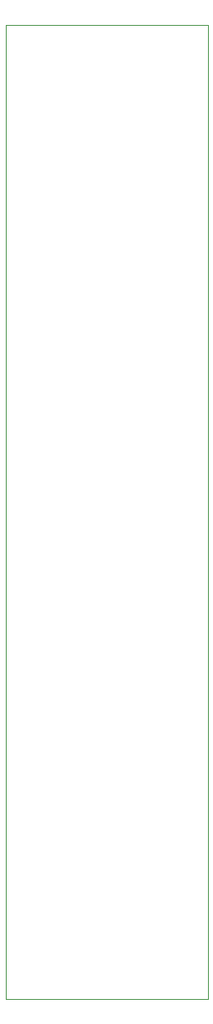
<source format=gm1>
%TF.GenerationSoftware,KiCad,Pcbnew,5.1.10*%
%TF.CreationDate,2021-12-13T09:13:28+01:00*%
%TF.ProjectId,power_board,706f7765-725f-4626-9f61-72642e6b6963,rev?*%
%TF.SameCoordinates,Original*%
%TF.FileFunction,Profile,NP*%
%FSLAX46Y46*%
G04 Gerber Fmt 4.6, Leading zero omitted, Abs format (unit mm)*
G04 Created by KiCad (PCBNEW 5.1.10) date 2021-12-13 09:13:28*
%MOMM*%
%LPD*%
G01*
G04 APERTURE LIST*
%TA.AperFunction,Profile*%
%ADD10C,0.100000*%
%TD*%
G04 APERTURE END LIST*
D10*
X113792000Y-24638000D02*
X93218000Y-24638000D01*
X113792000Y-123698000D02*
X113792000Y-24638000D01*
X93218000Y-123698000D02*
X113792000Y-123698000D01*
X93218000Y-24638000D02*
X93218000Y-123698000D01*
M02*

</source>
